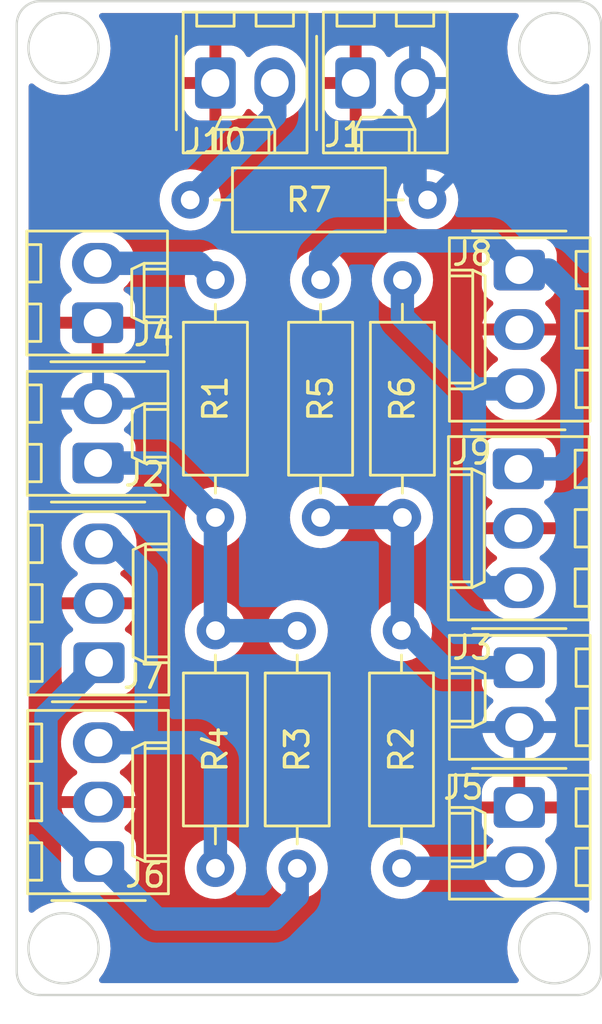
<source format=kicad_pcb>
(kicad_pcb (version 20211014) (generator pcbnew)
  (layers (0 "F.Cu" signal) (31 "B.Cu" signal) (34 "B.Paste" user) (35 "F.Paste" user) (36 "B.SilkS" user "B.Silkscreen") (37 "F.SilkS" user "F.Silkscreen") (38 "B.Mask" user) (39 "F.Mask" user) (44 "Edge.Cuts" user))
  (net 0 "")
  (net 1 "+48V")
  (net 2 "GND")
  (net 3 "+48 switched A")
  (net 4 "+48 switched B")
  (net 5 "Net-(J4-Pad2)")
  (net 6 "Net-(J5-Pad2)")
  (net 7 "Net-(J6-Pad1)")
  (net 8 "Net-(J6-Pad3)")
  (net 9 "Net-(J8-Pad1)")
  (net 10 "Net-(J8-Pad3)")
  (net 11 "Net-(J10-Pad2)")
  (footprint "Resistor_THT:R_Axial_DIN0207_L6.3mm_D2.5mm_P10.16mm_Horizontal" (layer "F.Cu") (at 76.46 142.08 90)
    (fp_text reference "R2" (at 5.08 0 90) (layer "F.SilkS"))
    (fp_text value "2k2")
    (fp_line (start 9.12 0) (end 8.35 0) (layer "F.SilkS") (width 0.12))
    (fp_line (start 8.35 -1.37) (end 1.81 -1.37) (layer "F.SilkS") (width 0.12))
    (fp_line (start 8.35 1.37) (end 8.35 -1.37) (layer "F.SilkS") (width 0.12))
    (fp_line (start 1.81 1.37) (end 8.35 1.37) (layer "F.SilkS") (width 0.12))
    (fp_line (start 1.04 0) (end 1.81 0) (layer "F.SilkS") (width 0.12))
    (fp_line (start 1.81 -1.37) (end 1.81 1.37) (layer "F.SilkS") (width 0.12))
    (pad "1" thru_hole circle (at 0 0 90) (size 1.6 1.6) (drill 0.8) (layers *.Cu *.Mask) (net 6 "Net-(J5-Pad2)"))
    (pad "2" thru_hole oval (at 10.16 0 90) (size 1.6 1.6) (drill 0.8) (layers *.Cu *.Mask) (net 4 "+48 switched B"))
  )
  (footprint "Connector_Molex:Molex_KK-254_AE-6410-03A_1x03_P2.54mm_Vertical" (layer "F.Cu") (at 63.5 141.79 90)
    (fp_text reference "J6" (at -0.595 2) (layer "F.SilkS"))
    (fp_text value "3 pin 2,54mm Molex")
    (fp_line (start 5.88 -2.43) (end 5.88 -3.03) (layer "F.SilkS") (width 0.12))
    (fp_line (start 1.74 -2.43) (end 3.34 -2.43) (layer "F.SilkS") (width 0.12))
    (fp_line (start 4.28 -2.43) (end 5.88 -2.43) (layer "F.SilkS") (width 0.12))
    (fp_line (start 0 2.99) (end 0 1.99) (layer "F.SilkS") (width 0.12))
    (fp_line (start -1.38 -3.03) (end -1.38 2.99) (layer "F.SilkS") (width 0.12))
    (fp_line (start 4.83 2.99) (end 4.83 1.99) (layer "F.SilkS") (width 0.12))
    (fp_line (start 1.74 -3.03) (end 1.74 -2.43) (layer "F.SilkS") (width 0.12))
    (fp_line (start -1.67 -2) (end -1.67 2) (layer "F.SilkS") (width 0.12))
    (fp_line (start -0.8 -3.03) (end -0.8 -2.43) (layer "F.SilkS") (width 0.12))
    (fp_line (start 0 1.99) (end 0.25 1.46) (layer "F.SilkS") (width 0.12))
    (fp_line (start 6.46 2.99) (end 6.46 -3.03) (layer "F.SilkS") (width 0.12))
    (fp_line (start -1.38 2.99) (end 6.46 2.99) (layer "F.SilkS") (width 0.12))
    (fp_line (start 0.25 2.99) (end 0.25 1.99) (layer "F.SilkS") (width 0.12))
    (fp_line (start 4.83 1.46) (end 5.08 1.99) (layer "F.SilkS") (width 0.12))
    (fp_line (start -0.8 -2.43) (end 0.8 -2.43) (layer "F.SilkS") (width 0.12))
    (fp_line (start 6.46 -3.03) (end -1.38 -3.03) (layer "F.SilkS") (width 0.12))
    (fp_line (start 0 1.99) (end 5.08 1.99) (layer "F.SilkS") (width 0.12))
    (fp_line (start 0.25 1.46) (end 4.83 1.46) (layer "F.SilkS") (width 0.12))
    (fp_line (start 3.34 -2.43) (end 3.34 -3.03) (layer "F.SilkS") (width 0.12))
    (fp_line (start 4.28 -3.03) (end 4.28 -2.43) (layer "F.SilkS") (width 0.12))
    (fp_line (start 0.8 -2.43) (end 0.8 -3.03) (layer "F.SilkS") (width 0.12))
    (fp_line (start 5.08 1.99) (end 5.08 2.99) (layer "F.SilkS") (width 0.12))
    (pad "1" thru_hole roundrect (at 0 0 90) (size 1.74 2.19) (drill 1.19) (layers *.Cu *.Mask) (roundrect_rratio 0.143678) (net 7 "Net-(J6-Pad1)"))
    (pad "2" thru_hole oval (at 2.54 0 90) (size 1.74 2.19) (drill 1.19) (layers *.Cu *.Mask) (net 2 "GND"))
    (pad "3" thru_hole oval (at 5.08 0 90) (size 1.74 2.19) (drill 1.19) (layers *.Cu *.Mask) (net 8 "Net-(J6-Pad3)"))
  )
  (footprint "Connector_Molex:Molex_KK-254_AE-6410-03A_1x03_P2.54mm_Vertical" (layer "F.Cu") (at 81.5 116.5 -90)
    (fp_text reference "J8" (at -0.705 2) (layer "F.SilkS"))
    (fp_text value "3 pin 2,54mm Molex")
    (fp_line (start -0.8 -2.43) (end 0.8 -2.43) (layer "F.SilkS") (width 0.12))
    (fp_line (start 1.74 -3.03) (end 1.74 -2.43) (layer "F.SilkS") (width 0.12))
    (fp_line (start 5.88 -2.43) (end 5.88 -3.03) (layer "F.SilkS") (width 0.12))
    (fp_line (start 0 1.99) (end 0.25 1.46) (layer "F.SilkS") (width 0.12))
    (fp_line (start 4.28 -3.03) (end 4.28 -2.43) (layer "F.SilkS") (width 0.12))
    (fp_line (start -0.8 -3.03) (end -0.8 -2.43) (layer "F.SilkS") (width 0.12))
    (fp_line (start 0.8 -2.43) (end 0.8 -3.03) (layer "F.SilkS") (width 0.12))
    (fp_line (start 4.28 -2.43) (end 5.88 -2.43) (layer "F.SilkS") (width 0.12))
    (fp_line (start 6.46 2.99) (end 6.46 -3.03) (layer "F.SilkS") (width 0.12))
    (fp_line (start 4.83 2.99) (end 4.83 1.99) (layer "F.SilkS") (width 0.12))
    (fp_line (start 4.83 1.46) (end 5.08 1.99) (layer "F.SilkS") (width 0.12))
    (fp_line (start -1.38 2.99) (end 6.46 2.99) (layer "F.SilkS") (width 0.12))
    (fp_line (start 0 2.99) (end 0 1.99) (layer "F.SilkS") (width 0.12))
    (fp_line (start 0 1.99) (end 5.08 1.99) (layer "F.SilkS") (width 0.12))
    (fp_line (start 0.25 2.99) (end 0.25 1.99) (layer "F.SilkS") (width 0.12))
    (fp_line (start -1.67 -2) (end -1.67 2) (layer "F.SilkS") (width 0.12))
    (fp_line (start 0.25 1.46) (end 4.83 1.46) (layer "F.SilkS") (width 0.12))
    (fp_line (start 3.34 -2.43) (end 3.34 -3.03) (layer "F.SilkS") (width 0.12))
    (fp_line (start 1.74 -2.43) (end 3.34 -2.43) (layer "F.SilkS") (width 0.12))
    (fp_line (start 5.08 1.99) (end 5.08 2.99) (layer "F.SilkS") (width 0.12))
    (fp_line (start 6.46 -3.03) (end -1.38 -3.03) (layer "F.SilkS") (width 0.12))
    (fp_line (start -1.38 -3.03) (end -1.38 2.99) (layer "F.SilkS") (width 0.12))
    (pad "1" thru_hole roundrect (at 0 0 270) (size 1.74 2.19) (drill 1.19) (layers *.Cu *.Mask) (roundrect_rratio 0.143678) (net 9 "Net-(J8-Pad1)"))
    (pad "2" thru_hole oval (at 2.54 0 270) (size 1.74 2.19) (drill 1.19) (layers *.Cu *.Mask) (net 2 "GND"))
    (pad "3" thru_hole oval (at 5.08 0 270) (size 1.74 2.19) (drill 1.19) (layers *.Cu *.Mask) (net 10 "Net-(J8-Pad3)"))
  )
  (footprint "Connector_Molex:Molex_KK-254_AE-6410-02A_1x02_P2.54mm_Vertical" (layer "F.Cu") (at 68.5 108.5)
    (fp_text reference "J10" (at 0 2.49) (layer "F.SilkS"))
    (fp_text value "2 pin 2,54mm Molex")
    (fp_line (start 1.74 -3.03) (end 1.74 -2.43) (layer "F.SilkS") (width 0.12))
    (fp_line (start 1.74 -2.43) (end 3.34 -2.43) (layer "F.SilkS") (width 0.12))
    (fp_line (start 0.25 1.46) (end 2.29 1.46) (layer "F.SilkS") (width 0.12))
    (fp_line (start -0.8 -2.43) (end 0.8 -2.43) (layer "F.SilkS") (width 0.12))
    (fp_line (start 0 2.99) (end 0 1.99) (layer "F.SilkS") (width 0.12))
    (fp_line (start 3.92 -3.03) (end -1.38 -3.03) (layer "F.SilkS") (width 0.12))
    (fp_line (start 2.54 1.99) (end 2.54 2.99) (layer "F.SilkS") (width 0.12))
    (fp_line (start 0 1.99) (end 2.54 1.99) (layer "F.SilkS") (width 0.12))
    (fp_line (start 0.8 -2.43) (end 0.8 -3.03) (layer "F.SilkS") (width 0.12))
    (fp_line (start -1.67 -2) (end -1.67 2) (layer "F.SilkS") (width 0.12))
    (fp_line (start 0 1.99) (end 0.25 1.46) (layer "F.SilkS") (width 0.12))
    (fp_line (start -1.38 2.99) (end 3.92 2.99) (layer "F.SilkS") (width 0.12))
    (fp_line (start 3.92 2.99) (end 3.92 -3.03) (layer "F.SilkS") (width 0.12))
    (fp_line (start -0.8 -3.03) (end -0.8 -2.43) (layer "F.SilkS") (width 0.12))
    (fp_line (start 2.29 1.46) (end 2.54 1.99) (layer "F.SilkS") (width 0.12))
    (fp_line (start 2.29 2.99) (end 2.29 1.99) (layer "F.SilkS") (width 0.12))
    (fp_line (start 3.34 -2.43) (end 3.34 -3.03) (layer "F.SilkS") (width 0.12))
    (fp_line (start -1.38 -3.03) (end -1.38 2.99) (layer "F.SilkS") (width 0.12))
    (fp_line (start 0.25 2.99) (end 0.25 1.99) (layer "F.SilkS") (width 0.12))
    (pad "1" thru_hole roundrect (at 0 0) (size 1.74 2.19) (drill 1.19) (layers *.Cu *.Mask) (roundrect_rratio 0.143678) (net 2 "GND"))
    (pad "2" thru_hole oval (at 2.54 0) (size 1.74 2.19) (drill 1.19) (layers *.Cu *.Mask) (net 11 "Net-(J10-Pad2)"))
  )
  (footprint "Connector_Molex:Molex_KK-254_AE-6410-02A_1x02_P2.54mm_Vertical" (layer "F.Cu") (at 74.5 108.5)
    (fp_text reference "J1" (at -0.485 2.22) (layer "F.SilkS"))
    (fp_text value "2 pin 2,54mm Molex")
    (fp_line (start 3.92 -3.03) (end -1.38 -3.03) (layer "F.SilkS") (width 0.12))
    (fp_line (start 2.29 1.46) (end 2.54 1.99) (layer "F.SilkS") (width 0.12))
    (fp_line (start 0.8 -2.43) (end 0.8 -3.03) (layer "F.SilkS") (width 0.12))
    (fp_line (start -0.8 -2.43) (end 0.8 -2.43) (layer "F.SilkS") (width 0.12))
    (fp_line (start 1.74 -2.43) (end 3.34 -2.43) (layer "F.SilkS") (width 0.12))
    (fp_line (start 3.34 -2.43) (end 3.34 -3.03) (layer "F.SilkS") (width 0.12))
    (fp_line (start 0 2.99) (end 0 1.99) (layer "F.SilkS") (width 0.12))
    (fp_line (start 2.29 2.99) (end 2.29 1.99) (layer "F.SilkS") (width 0.12))
    (fp_line (start 0.25 1.46) (end 2.29 1.46) (layer "F.SilkS") (width 0.12))
    (fp_line (start 1.74 -3.03) (end 1.74 -2.43) (layer "F.SilkS") (width 0.12))
    (fp_line (start 0 1.99) (end 0.25 1.46) (layer "F.SilkS") (width 0.12))
    (fp_line (start 3.92 2.99) (end 3.92 -3.03) (layer "F.SilkS") (width 0.12))
    (fp_line (start -1.38 -3.03) (end -1.38 2.99) (layer "F.SilkS") (width 0.12))
    (fp_line (start -1.67 -2) (end -1.67 2) (layer "F.SilkS") (width 0.12))
    (fp_line (start -0.8 -3.03) (end -0.8 -2.43) (layer "F.SilkS") (width 0.12))
    (fp_line (start 2.54 1.99) (end 2.54 2.99) (layer "F.SilkS") (width 0.12))
    (fp_line (start -1.38 2.99) (end 3.92 2.99) (layer "F.SilkS") (width 0.12))
    (fp_line (start 0.25 2.99) (end 0.25 1.99) (layer "F.SilkS") (width 0.12))
    (fp_line (start 0 1.99) (end 2.54 1.99) (layer "F.SilkS") (width 0.12))
    (pad "1" thru_hole roundrect (at 0 0) (size 1.74 2.19) (drill 1.19) (layers *.Cu *.Mask) (roundrect_rratio 0.143678) (net 2 "GND"))
    (pad "2" thru_hole oval (at 2.54 0) (size 1.74 2.19) (drill 1.19) (layers *.Cu *.Mask) (net 1 "+48V"))
  )
  (footprint "Resistor_THT:R_Axial_DIN0207_L6.3mm_D2.5mm_P10.16mm_Horizontal" (layer "F.Cu") (at 73 116.92 -90)
    (fp_text reference "R5" (at 5.08 0 90) (layer "F.SilkS"))
    (fp_text value "6k8")
    (fp_line (start 1.04 0) (end 1.81 0) (layer "F.SilkS") (width 0.12))
    (fp_line (start 8.35 -1.37) (end 1.81 -1.37) (layer "F.SilkS") (width 0.12))
    (fp_line (start 1.81 -1.37) (end 1.81 1.37) (layer "F.SilkS") (width 0.12))
    (fp_line (start 8.35 1.37) (end 8.35 -1.37) (layer "F.SilkS") (width 0.12))
    (fp_line (start 9.12 0) (end 8.35 0) (layer "F.SilkS") (width 0.12))
    (fp_line (start 1.81 1.37) (end 8.35 1.37) (layer "F.SilkS") (width 0.12))
    (pad "1" thru_hole circle (at 0 0 270) (size 1.6 1.6) (drill 0.8) (layers *.Cu *.Mask) (net 9 "Net-(J8-Pad1)"))
    (pad "2" thru_hole oval (at 10.16 0 270) (size 1.6 1.6) (drill 0.8) (layers *.Cu *.Mask) (net 4 "+48 switched B"))
  )
  (footprint "Connector_Molex:Molex_KK-254_AE-6410-03A_1x03_P2.54mm_Vertical" (layer "F.Cu") (at 81.46 125 -90)
    (fp_text reference "J9" (at -0.705 2) (layer "F.SilkS"))
    (fp_text value "3 pin 2,54mm Molex")
    (fp_line (start -1.38 2.99) (end 6.46 2.99) (layer "F.SilkS") (width 0.12))
    (fp_line (start -0.8 -3.03) (end -0.8 -2.43) (layer "F.SilkS") (width 0.12))
    (fp_line (start 6.46 -3.03) (end -1.38 -3.03) (layer "F.SilkS") (width 0.12))
    (fp_line (start 1.74 -3.03) (end 1.74 -2.43) (layer "F.SilkS") (width 0.12))
    (fp_line (start 0.25 1.46) (end 4.83 1.46) (layer "F.SilkS") (width 0.12))
    (fp_line (start 4.28 -3.03) (end 4.28 -2.43) (layer "F.SilkS") (width 0.12))
    (fp_line (start 1.74 -2.43) (end 3.34 -2.43) (layer "F.SilkS") (width 0.12))
    (fp_line (start 5.88 -2.43) (end 5.88 -3.03) (layer "F.SilkS") (width 0.12))
    (fp_line (start 4.28 -2.43) (end 5.88 -2.43) (layer "F.SilkS") (width 0.12))
    (fp_line (start 6.46 2.99) (end 6.46 -3.03) (layer "F.SilkS") (width 0.12))
    (fp_line (start -1.67 -2) (end -1.67 2) (layer "F.SilkS") (width 0.12))
    (fp_line (start -1.38 -3.03) (end -1.38 2.99) (layer "F.SilkS") (width 0.12))
    (fp_line (start 5.08 1.99) (end 5.08 2.99) (layer "F.SilkS") (width 0.12))
    (fp_line (start 3.34 -2.43) (end 3.34 -3.03) (layer "F.SilkS") (width 0.12))
    (fp_line (start 0 1.99) (end 0.25 1.46) (layer "F.SilkS") (width 0.12))
    (fp_line (start 4.83 1.46) (end 5.08 1.99) (layer "F.SilkS") (width 0.12))
    (fp_line (start 0 2.99) (end 0 1.99) (layer "F.SilkS") (width 0.12))
    (fp_line (start -0.8 -2.43) (end 0.8 -2.43) (layer "F.SilkS") (width 0.12))
    (fp_line (start 0 1.99) (end 5.08 1.99) (layer "F.SilkS") (width 0.12))
    (fp_line (start 0.25 2.99) (end 0.25 1.99) (layer "F.SilkS") (width 0.12))
    (fp_line (start 4.83 2.99) (end 4.83 1.99) (layer "F.SilkS") (width 0.12))
    (fp_line (start 0.8 -2.43) (end 0.8 -3.03) (layer "F.SilkS") (width 0.12))
    (pad "1" thru_hole roundrect (at 0 0 270) (size 1.74 2.19) (drill 1.19) (layers *.Cu *.Mask) (roundrect_rratio 0.143678) (net 9 "Net-(J8-Pad1)"))
    (pad "2" thru_hole oval (at 2.54 0 270) (size 1.74 2.19) (drill 1.19) (layers *.Cu *.Mask) (net 2 "GND"))
    (pad "3" thru_hole oval (at 5.08 0 270) (size 1.74 2.19) (drill 1.19) (layers *.Cu *.Mask) (net 10 "Net-(J8-Pad3)"))
  )
  (footprint "Connector_Molex:Molex_KK-254_AE-6410-02A_1x02_P2.54mm_Vertical" (layer "F.Cu") (at 81.5 133.5 -90)
    (fp_text reference "J3" (at -0.855 2) (layer "F.SilkS"))
    (fp_text value "2 pin 2,54mm Molex")
    (fp_line (start 0.25 1.46) (end 2.29 1.46) (layer "F.SilkS") (width 0.12))
    (fp_line (start 0 1.99) (end 2.54 1.99) (layer "F.SilkS") (width 0.12))
    (fp_line (start 1.74 -3.03) (end 1.74 -2.43) (layer "F.SilkS") (width 0.12))
    (fp_line (start -1.38 2.99) (end 3.92 2.99) (layer "F.SilkS") (width 0.12))
    (fp_line (start 3.34 -2.43) (end 3.34 -3.03) (layer "F.SilkS") (width 0.12))
    (fp_line (start 0 1.99) (end 0.25 1.46) (layer "F.SilkS") (width 0.12))
    (fp_line (start 0.8 -2.43) (end 0.8 -3.03) (layer "F.SilkS") (width 0.12))
    (fp_line (start 2.29 1.46) (end 2.54 1.99) (layer "F.SilkS") (width 0.12))
    (fp_line (start 1.74 -2.43) (end 3.34 -2.43) (layer "F.SilkS") (width 0.12))
    (fp_line (start -0.8 -2.43) (end 0.8 -2.43) (layer "F.SilkS") (width 0.12))
    (fp_line (start -1.38 -3.03) (end -1.38 2.99) (layer "F.SilkS") (width 0.12))
    (fp_line (start 2.29 2.99) (end 2.29 1.99) (layer "F.SilkS") (width 0.12))
    (fp_line (start -0.8 -3.03) (end -0.8 -2.43) (layer "F.SilkS") (width 0.12))
    (fp_line (start 3.92 -3.03) (end -1.38 -3.03) (layer "F.SilkS") (width 0.12))
    (fp_line (start 0.25 2.99) (end 0.25 1.99) (layer "F.SilkS") (width 0.12))
    (fp_line (start -1.67 -2) (end -1.67 2) (layer "F.SilkS") (width 0.12))
    (fp_line (start 3.92 2.99) (end 3.92 -3.03) (layer "F.SilkS") (width 0.12))
    (fp_line (start 0 2.99) (end 0 1.99) (layer "F.SilkS") (width 0.12))
    (fp_line (start 2.54 1.99) (end 2.54 2.99) (layer "F.SilkS") (width 0.12))
    (pad "1" thru_hole roundrect (at 0 0 270) (size 1.74 2.19) (drill 1.19) (layers *.Cu *.Mask) (roundrect_rratio 0.143678) (net 4 "+48 switched B"))
    (pad "2" thru_hole oval (at 2.54 0 270) (size 1.74 2.19) (drill 1.19) (layers *.Cu *.Mask) (net 1 "+48V"))
  )
  (footprint "Resistor_THT:R_Axial_DIN0207_L6.3mm_D2.5mm_P10.16mm_Horizontal" (layer "F.Cu") (at 68.5 142.08 90)
    (fp_text reference "R4" (at 5.08 0 90) (layer "F.SilkS"))
    (fp_text value "6k8")
    (fp_line (start 8.35 1.37) (end 8.35 -1.37) (layer "F.SilkS") (width 0.12))
    (fp_line (start 1.81 -1.37) (end 1.81 1.37) (layer "F.SilkS") (width 0.12))
    (fp_line (start 9.12 0) (end 8.35 0) (layer "F.SilkS") (width 0.12))
    (fp_line (start 8.35 -1.37) (end 1.81 -1.37) (layer "F.SilkS") (width 0.12))
    (fp_line (start 1.04 0) (end 1.81 0) (layer "F.SilkS") (width 0.12))
    (fp_line (start 1.81 1.37) (end 8.35 1.37) (layer "F.SilkS") (width 0.12))
    (pad "1" thru_hole circle (at 0 0 90) (size 1.6 1.6) (drill 0.8) (layers *.Cu *.Mask) (net 8 "Net-(J6-Pad3)"))
    (pad "2" thru_hole oval (at 10.16 0 90) (size 1.6 1.6) (drill 0.8) (layers *.Cu *.Mask) (net 3 "+48 switched A"))
  )
  (footprint "Resistor_THT:R_Axial_DIN0207_L6.3mm_D2.5mm_P10.16mm_Horizontal" (layer "F.Cu") (at 68.5 116.92 -90)
    (fp_text reference "R1" (at 5.08 0 90) (layer "F.SilkS"))
    (fp_text value "2k2")
    (fp_line (start 1.81 -1.37) (end 1.81 1.37) (layer "F.SilkS") (width 0.12))
    (fp_line (start 8.35 1.37) (end 8.35 -1.37) (layer "F.SilkS") (width 0.12))
    (fp_line (start 1.81 1.37) (end 8.35 1.37) (layer "F.SilkS") (width 0.12))
    (fp_line (start 1.04 0) (end 1.81 0) (layer "F.SilkS") (width 0.12))
    (fp_line (start 8.35 -1.37) (end 1.81 -1.37) (layer "F.SilkS") (width 0.12))
    (fp_line (start 9.12 0) (end 8.35 0) (layer "F.SilkS") (width 0.12))
    (pad "1" thru_hole circle (at 0 0 270) (size 1.6 1.6) (drill 0.8) (layers *.Cu *.Mask) (net 5 "Net-(J4-Pad2)"))
    (pad "2" thru_hole oval (at 10.16 0 270) (size 1.6 1.6) (drill 0.8) (layers *.Cu *.Mask) (net 3 "+48 switched A"))
  )
  (footprint "Resistor_THT:R_Axial_DIN0207_L6.3mm_D2.5mm_P10.16mm_Horizontal" (layer "F.Cu") (at 77.58 113.5 180)
    (fp_text reference "R7" (at 5.08 0) (layer "F.SilkS"))
    (fp_text value "2k2")
    (fp_line (start 1.04 0) (end 1.81 0) (layer "F.SilkS") (width 0.12))
    (fp_line (start 8.35 -1.37) (end 1.81 -1.37) (layer "F.SilkS") (width 0.12))
    (fp_line (start 8.35 1.37) (end 8.35 -1.37) (layer "F.SilkS") (width 0.12))
    (fp_line (start 1.81 1.37) (end 8.35 1.37) (layer "F.SilkS") (width 0.12))
    (fp_line (start 1.81 -1.37) (end 1.81 1.37) (layer "F.SilkS") (width 0.12))
    (fp_line (start 9.12 0) (end 8.35 0) (layer "F.SilkS") (width 0.12))
    (pad "1" thru_hole circle (at 0 0 180) (size 1.6 1.6) (drill 0.8) (layers *.Cu *.Mask) (net 1 "+48V"))
    (pad "2" thru_hole oval (at 10.16 0 180) (size 1.6 1.6) (drill 0.8) (layers *.Cu *.Mask) (net 11 "Net-(J10-Pad2)"))
  )
  (footprint "Connector_Molex:Molex_KK-254_AE-6410-02A_1x02_P2.54mm_Vertical" (layer "F.Cu") (at 63.48 124.75 90)
    (fp_text reference "J2" (at -0.485 1.99) (layer "F.SilkS"))
    (fp_text value "2 pin 2,54mm Molex")
    (fp_line (start 1.74 -2.43) (end 3.34 -2.43) (layer "F.SilkS") (width 0.12))
    (fp_line (start 0 1.99) (end 2.54 1.99) (layer "F.SilkS") (width 0.12))
    (fp_line (start 1.74 -3.03) (end 1.74 -2.43) (layer "F.SilkS") (width 0.12))
    (fp_line (start -1.67 -2) (end -1.67 2) (layer "F.SilkS") (width 0.12))
    (fp_line (start 3.92 2.99) (end 3.92 -3.03) (layer "F.SilkS") (width 0.12))
    (fp_line (start 3.92 -3.03) (end -1.38 -3.03) (layer "F.SilkS") (width 0.12))
    (fp_line (start 0 2.99) (end 0 1.99) (layer "F.SilkS") (width 0.12))
    (fp_line (start 0.8 -2.43) (end 0.8 -3.03) (layer "F.SilkS") (width 0.12))
    (fp_line (start -0.8 -2.43) (end 0.8 -2.43) (layer "F.SilkS") (width 0.12))
    (fp_line (start 2.29 2.99) (end 2.29 1.99) (layer "F.SilkS") (width 0.12))
    (fp_line (start 0 1.99) (end 0.25 1.46) (layer "F.SilkS") (width 0.12))
    (fp_line (start 3.34 -2.43) (end 3.34 -3.03) (layer "F.SilkS") (width 0.12))
    (fp_line (start 0.25 1.46) (end 2.29 1.46) (layer "F.SilkS") (width 0.12))
    (fp_line (start -1.38 -3.03) (end -1.38 2.99) (layer "F.SilkS") (width 0.12))
    (fp_line (start 2.54 1.99) (end 2.54 2.99) (layer "F.SilkS") (width 0.12))
    (fp_line (start -1.38 2.99) (end 3.92 2.99) (layer "F.SilkS") (width 0.12))
    (fp_line (start -0.8 -3.03) (end -0.8 -2.43) (layer "F.SilkS") (width 0.12))
    (fp_line (start 2.29 1.46) (end 2.54 1.99) (layer "F.SilkS") (width 0.12))
    (fp_line (start 0.25 2.99) (end 0.25 1.99) (layer "F.SilkS") (width 0.12))
    (pad "1" thru_hole roundrect (at 0 0 90) (size 1.74 2.19) (drill 1.19) (layers *.Cu *.Mask) (roundrect_rratio 0.143678) (net 3 "+48 switched A"))
    (pad "2" thru_hole oval (at 2.54 0 90) (size 1.74 2.19) (drill 1.19) (layers *.Cu *.Mask) (net 1 "+48V"))
  )
  (footprint "Connector_Molex:Molex_KK-254_AE-6410-02A_1x02_P2.54mm_Vertical" (layer "F.Cu") (at 63.46 118.75 90)
    (fp_text reference "J4" (at -0.485 2.41) (layer "F.SilkS"))
    (fp_text value "2 pin 2,54mm Molex")
    (fp_line (start 1.74 -3.03) (end 1.74 -2.43) (layer "F.SilkS") (width 0.12))
    (fp_line (start 2.54 1.99) (end 2.54 2.99) (layer "F.SilkS") (width 0.12))
    (fp_line (start -1.67 -2) (end -1.67 2) (layer "F.SilkS") (width 0.12))
    (fp_line (start 2.29 2.99) (end 2.29 1.99) (layer "F.SilkS") (width 0.12))
    (fp_line (start -1.38 2.99) (end 3.92 2.99) (layer "F.SilkS") (width 0.12))
    (fp_line (start -0.8 -2.43) (end 0.8 -2.43) (layer "F.SilkS") (width 0.12))
    (fp_line (start -1.38 -3.03) (end -1.38 2.99) (layer "F.SilkS") (width 0.12))
    (fp_line (start -0.8 -3.03) (end -0.8 -2.43) (layer "F.SilkS") (width 0.12))
    (fp_line (start 0 1.99) (end 0.25 1.46) (layer "F.SilkS") (width 0.12))
    (fp_line (start 3.92 -3.03) (end -1.38 -3.03) (layer "F.SilkS") (width 0.12))
    (fp_line (start 1.74 -2.43) (end 3.34 -2.43) (layer "F.SilkS") (width 0.12))
    (fp_line (start 0 1.99) (end 2.54 1.99) (layer "F.SilkS") (width 0.12))
    (fp_line (start 0 2.99) (end 0 1.99) (layer "F.SilkS") (width 0.12))
    (fp_line (start 0.8 -2.43) (end 0.8 -3.03) (layer "F.SilkS") (width 0.12))
    (fp_line (start 0.25 1.46) (end 2.29 1.46) (layer "F.SilkS") (width 0.12))
    (fp_line (start 0.25 2.99) (end 0.25 1.99) (layer "F.SilkS") (width 0.12))
    (fp_line (start 3.92 2.99) (end 3.92 -3.03) (layer "F.SilkS") (width 0.12))
    (fp_line (start 2.29 1.46) (end 2.54 1.99) (layer "F.SilkS") (width 0.12))
    (fp_line (start 3.34 -2.43) (end 3.34 -3.03) (layer "F.SilkS") (width 0.12))
    (pad "1" thru_hole roundrect (at 0 0 90) (size 1.74 2.19) (drill 1.19) (layers *.Cu *.Mask) (roundrect_rratio 0.143678) (net 2 "GND"))
    (pad "2" thru_hole oval (at 2.54 0 90) (size 1.74 2.19) (drill 1.19) (layers *.Cu *.Mask) (net 5 "Net-(J4-Pad2)"))
  )
  (footprint "Connector_Molex:Molex_KK-254_AE-6410-03A_1x03_P2.54mm_Vertical" (layer "F.Cu") (at 63.52 133.29 90)
    (fp_text reference "J7" (at -0.595 1.89) (layer "F.SilkS"))
    (fp_text value "3 pin 2,54mm Molex")
    (fp_line (start 0.25 2.99) (end 0.25 1.99) (layer "F.SilkS") (width 0.12))
    (fp_line (start 4.28 -2.43) (end 5.88 -2.43) (layer "F.SilkS") (width 0.12))
    (fp_line (start -1.67 -2) (end -1.67 2) (layer "F.SilkS") (width 0.12))
    (fp_line (start 3.34 -2.43) (end 3.34 -3.03) (layer "F.SilkS") (width 0.12))
    (fp_line (start 0.8 -2.43) (end 0.8 -3.03) (layer "F.SilkS") (width 0.12))
    (fp_line (start 0 1.99) (end 0.25 1.46) (layer "F.SilkS") (width 0.12))
    (fp_line (start 0 2.99) (end 0 1.99) (layer "F.SilkS") (width 0.12))
    (fp_line (start -1.38 2.99) (end 6.46 2.99) (layer "F.SilkS") (width 0.12))
    (fp_line (start -0.8 -2.43) (end 0.8 -2.43) (layer "F.SilkS") (width 0.12))
    (fp_line (start -0.8 -3.03) (end -0.8 -2.43) (layer "F.SilkS") (width 0.12))
    (fp_line (start 0.25 1.46) (end 4.83 1.46) (layer "F.SilkS") (width 0.12))
    (fp_line (start 4.83 1.46) (end 5.08 1.99) (layer "F.SilkS") (width 0.12))
    (fp_line (start 1.74 -2.43) (end 3.34 -2.43) (layer "F.SilkS") (width 0.12))
    (fp_line (start 1.74 -3.03) (end 1.74 -2.43) (layer "F.SilkS") (width 0.12))
    (fp_line (start 4.83 2.99) (end 4.83 1.99) (layer "F.SilkS") (width 0.12))
    (fp_line (start 5.88 -2.43) (end 5.88 -3.03) (layer "F.SilkS") (width 0.12))
    (fp_line (start 5.08 1.99) (end 5.08 2.99) (layer "F.SilkS") (width 0.12))
    (fp_line (start 6.46 -3.03) (end -1.38 -3.03) (layer "F.SilkS") (width 0.12))
    (fp_line (start 4.28 -3.03) (end 4.28 -2.43) (layer "F.SilkS") (width 0.12))
    (fp_line (start -1.38 -3.03) (end -1.38 2.99) (layer "F.SilkS") (width 0.12))
    (fp_line (start 0 1.99) (end 5.08 1.99) (layer "F.SilkS") (width 0.12))
    (fp_line (start 6.46 2.99) (end 6.46 -3.03) (layer "F.SilkS") (width 0.12))
    (pad "1" thru_hole roundrect (at 0 0 90) (size 1.74 2.19) (drill 1.19) (layers *.Cu *.Mask) (roundrect_rratio 0.143678) (net 7 "Net-(J6-Pad1)"))
    (pad "2" thru_hole oval (at 2.54 0 90) (size 1.74 2.19) (drill 1.19) (layers *.Cu *.Mask) (net 2 "GND"))
    (pad "3" thru_hole oval (at 5.08 0 90) (size 1.74 2.19) (drill 1.19) (layers *.Cu *.Mask) (net 8 "Net-(J6-Pad3)"))
  )
  (footprint "Resistor_THT:R_Axial_DIN0207_L6.3mm_D2.5mm_P10.16mm_Horizontal" (layer "F.Cu") (at 72 142.08 90)
    (fp_text reference "R3" (at 5.08 0 90) (layer "F.SilkS"))
    (fp_text value "6k8")
    (fp_line (start 1.04 0) (end 1.81 0) (layer "F.SilkS") (width 0.12))
    (fp_line (start 8.35 -1.37) (end 1.81 -1.37) (layer "F.SilkS") (width 0.12))
    (fp_line (start 9.12 0) (end 8.35 0) (layer "F.SilkS") (width 0.12))
    (fp_line (start 1.81 1.37) (end 8.35 1.37) (layer "F.SilkS") (width 0.12))
    (fp_line (start 1.81 -1.37) (end 1.81 1.37) (layer "F.SilkS") (width 0.12))
    (fp_line (start 8.35 1.37) (end 8.35 -1.37) (layer "F.SilkS") (width 0.12))
    (pad "1" thru_hole circle (at 0 0 90) (size 1.6 1.6) (drill 0.8) (layers *.Cu *.Mask) (net 7 "Net-(J6-Pad1)"))
    (pad "2" thru_hole oval (at 10.16 0 90) (size 1.6 1.6) (drill 0.8) (layers *.Cu *.Mask) (net 3 "+48 switched A"))
  )
  (footprint "Resistor_THT:R_Axial_DIN0207_L6.3mm_D2.5mm_P10.16mm_Horizontal" (layer "F.Cu") (at 76.5 116.92 -90)
    (fp_text reference "R6" (at 5.08 0 90) (layer "F.SilkS"))
    (fp_text value "6k8")
    (fp_line (start 1.04 0) (end 1.81 0) (layer "F.SilkS") (width 0.12))
    (fp_line (start 1.81 1.37) (end 8.35 1.37) (layer "F.SilkS") (width 0.12))
    (fp_line (start 8.35 1.37) (end 8.35 -1.37) (layer "F.SilkS") (width 0.12))
    (fp_line (start 8.35 -1.37) (end 1.81 -1.37) (layer "F.SilkS") (width 0.12))
    (fp_line (start 9.12 0) (end 8.35 0) (layer "F.SilkS") (width 0.12))
    (fp_line (start 1.81 -1.37) (end 1.81 1.37) (layer "F.SilkS") (width 0.12))
    (pad "1" thru_hole circle (at 0 0 270) (size 1.6 1.6) (drill 0.8) (layers *.Cu *.Mask) (net 10 "Net-(J8-Pad3)"))
    (pad "2" thru_hole oval (at 10.16 0 270) (size 1.6 1.6) (drill 0.8) (layers *.Cu *.Mask) (net 4 "+48 switched B"))
  )
  (footprint "Connector_Molex:Molex_KK-254_AE-6410-02A_1x02_P2.54mm_Vertical" (layer "F.Cu") (at 81.5 139.48 -90)
    (fp_text reference "J5" (at -0.855 2.39) (layer "F.SilkS"))
    (fp_text value "2 pin 2,54mm Molex")
    (fp_line (start -0.8 -2.43) (end 0.8 -2.43) (layer "F.SilkS") (width 0.12))
    (fp_line (start 1.74 -2.43) (end 3.34 -2.43) (layer "F.SilkS") (width 0.12))
    (fp_line (start 0.25 1.46) (end 2.29 1.46) (layer "F.SilkS") (width 0.12))
    (fp_line (start 3.92 2.99) (end 3.92 -3.03) (layer "F.SilkS") (width 0.12))
    (fp_line (start 1.74 -3.03) (end 1.74 -2.43) (layer "F.SilkS") (width 0.12))
    (fp_line (start 0.25 2.99) (end 0.25 1.99) (layer "F.SilkS") (width 0.12))
    (fp_line (start -1.67 -2) (end -1.67 2) (layer "F.SilkS") (width 0.12))
    (fp_line (start -0.8 -3.03) (end -0.8 -2.43) (layer "F.SilkS") (width 0.12))
    (fp_line (start 0 1.99) (end 2.54 1.99) (layer "F.SilkS") (width 0.12))
    (fp_line (start 2.29 2.99) (end 2.29 1.99) (layer "F.SilkS") (width 0.12))
    (fp_line (start -1.38 2.99) (end 3.92 2.99) (layer "F.SilkS") (width 0.12))
    (fp_line (start 3.92 -3.03) (end -1.38 -3.03) (layer "F.SilkS") (width 0.12))
    (fp_line (start -1.38 -3.03) (end -1.38 2.99) (layer "F.SilkS") (width 0.12))
    (fp_line (start 2.29 1.46) (end 2.54 1.99) (layer "F.SilkS") (width 0.12))
    (fp_line (start 0 2.99) (end 0 1.99) (layer "F.SilkS") (width 0.12))
    (fp_line (start 0.8 -2.43) (end 0.8 -3.03) (layer "F.SilkS") (width 0.12))
    (fp_line (start 3.34 -2.43) (end 3.34 -3.03) (layer "F.SilkS") (width 0.12))
    (fp_line (start 0 1.99) (end 0.25 1.46) (layer "F.SilkS") (width 0.12))
    (fp_line (start 2.54 1.99) (end 2.54 2.99) (layer "F.SilkS") (width 0.12))
    (pad "1" thru_hole roundrect (at 0 0 270) (size 1.74 2.19) (drill 1.19) (layers *.Cu *.Mask) (roundrect_rratio 0.143678) (net 2 "GND"))
    (pad "2" thru_hole oval (at 2.54 0 270) (size 1.74 2.19) (drill 1.19) (layers *.Cu *.Mask) (net 6 "Net-(J5-Pad2)"))
  )
  (gr_line (start 61 105) (end 84 105) (layer "Edge.Cuts") (width 0.1))
  (gr_line (start 61 147.5) (end 84 147.5) (layer "Edge.Cuts") (width 0.1))
  (gr_circle (center 62 107) (end 60.5 107) (layer "Edge.Cuts") (width 0.1) (fill none))
  (gr_arc (start 61 147.5) (mid 60.292893 147.207107) (end 60 146.5) (layer "Edge.Cuts") (width 0.1))
  (gr_arc (start 84 105) (mid 84.707107 105.292893) (end 85 106) (layer "Edge.Cuts") (width 0.1))
  (gr_arc (start 85 146.5) (mid 84.707107 147.207107) (end 84 147.5) (layer "Edge.Cuts") (width 0.1))
  (gr_circle (center 83 107) (end 84.5 107) (layer "Edge.Cuts") (width 0.1) (fill none))
  (gr_line (start 85 146.5) (end 85 106) (layer "Edge.Cuts") (width 0.1))
  (gr_circle (center 83 145.5) (end 83 147) (layer "Edge.Cuts") (width 0.1) (fill none))
  (gr_line (start 60 106) (end 60 146.5) (layer "Edge.Cuts") (width 0.1))
  (gr_circle (center 62 145.5) (end 62 147) (layer "Edge.Cuts") (width 0.1) (fill none))
  (gr_arc (start 60 106) (mid 60.292893 105.292893) (end 61 105) (layer "Edge.Cuts") (width 0.1))
  (segment (start 77.04 112.96) (end 77.58 113.5) (width 1) (layer "B.Cu") (net 1))
  (segment (start 77.04 108.5) (end 77.04 112.96) (width 1) (layer "B.Cu") (net 1))
  (segment (start 63.48 124.75) (end 66.17 124.75) (width 1) (layer "B.Cu") (net 3))
  (segment (start 68.5 127.08) (end 68.5 131.92) (width 1) (layer "B.Cu") (net 3))
  (segment (start 66.17 124.75) (end 68.5 127.08) (width 1) (layer "B.Cu") (net 3))
  (segment (start 68.5 131.92) (end 72 131.92) (width 1) (layer "B.Cu") (net 3))
  (segment (start 76.5 127.08) (end 76.5 131.88) (width 1) (layer "B.Cu") (net 4))
  (segment (start 78.25 133.5) (end 81.5 133.5) (width 1) (layer "B.Cu") (net 4))
  (segment (start 76.67 131.92) (end 78.25 133.5) (width 1) (layer "B.Cu") (net 4))
  (segment (start 76.46 131.92) (end 76.67 131.92) (width 1) (layer "B.Cu") (net 4))
  (segment (start 73 127.08) (end 76.5 127.08) (width 1) (layer "B.Cu") (net 4))
  (segment (start 76.5 131.88) (end 76.46 131.92) (width 1) (layer "B.Cu") (net 4))
  (segment (start 63.46 116.21) (end 67.79 116.21) (width 1) (layer "B.Cu") (net 5))
  (segment (start 67.79 116.21) (end 68.5 116.92) (width 1) (layer "B.Cu") (net 5))
  (segment (start 81.44 142.08) (end 81.5 142.02) (width 1) (layer "B.Cu") (net 6))
  (segment (start 76.46 142.08) (end 81.44 142.08) (width 1) (layer "B.Cu") (net 6))
  (segment (start 63.54 141.79) (end 66 144.25) (width 1) (layer "B.Cu") (net 7))
  (segment (start 63.5 141.79) (end 63.29 141.79) (width 1) (layer "B.Cu") (net 7))
  (segment (start 63.29 141.79) (end 61.25 139.75) (width 1) (layer "B.Cu") (net 7))
  (segment (start 66 144.25) (end 71 144.25) (width 1) (layer "B.Cu") (net 7))
  (segment (start 63.5 141.79) (end 63.54 141.79) (width 1) (layer "B.Cu") (net 7))
  (segment (start 71 144.25) (end 72 143.25) (width 1) (layer "B.Cu") (net 7))
  (segment (start 61.25 135.56) (end 63.52 133.29) (width 1) (layer "B.Cu") (net 7))
  (segment (start 61.25 139.75) (end 61.25 135.56) (width 1) (layer "B.Cu") (net 7))
  (segment (start 72 143.25) (end 72 142.08) (width 1) (layer "B.Cu") (net 7))
  (segment (start 65.54 129.54) (end 65.54 136.71) (width 1) (layer "B.Cu") (net 8))
  (segment (start 64.21 128.21) (end 65.54 129.54) (width 1) (layer "B.Cu") (net 8))
  (segment (start 67.71 136.71) (end 65.54 136.71) (width 1) (layer "B.Cu") (net 8))
  (segment (start 65.54 136.71) (end 63.5 136.71) (width 1) (layer "B.Cu") (net 8))
  (segment (start 63.52 128.21) (end 64.21 128.21) (width 1) (layer "B.Cu") (net 8))
  (segment (start 68.5 142.08) (end 68.5 137.5) (width 1) (layer "B.Cu") (net 8))
  (segment (start 68.5 137.5) (end 67.71 136.71) (width 1) (layer "B.Cu") (net 8))
  (segment (start 81.5 116.5) (end 82.75 116.5) (width 1) (layer "B.Cu") (net 9))
  (segment (start 81.5 116.5) (end 80.25 115.25) (width 1) (layer "B.Cu") (net 9))
  (segment (start 73 116) (end 73 116.92) (width 1) (layer "B.Cu") (net 9))
  (segment (start 73.75 115.25) (end 73 116) (width 1) (layer "B.Cu") (net 9))
  (segment (start 82.75 116.5) (end 83.75 117.5) (width 1) (layer "B.Cu") (net 9))
  (segment (start 83.75 117.5) (end 83.75 124.5) (width 1) (layer "B.Cu") (net 9))
  (segment (start 83.75 124.5) (end 83.25 125) (width 1) (layer "B.Cu") (net 9))
  (segment (start 80.25 115.25) (end 73.75 115.25) (width 1) (layer "B.Cu") (net 9))
  (segment (start 83.25 125) (end 81.46 125) (width 1) (layer "B.Cu") (net 9))
  (segment (start 76.5 116.92) (end 76.5 118.5) (width 1) (layer "B.Cu") (net 10))
  (segment (start 76.5 118.5) (end 79.58 121.58) (width 1) (layer "B.Cu") (net 10))
  (segment (start 80.08 130.08) (end 81.46 130.08) (width 1) (layer "B.Cu") (net 10))
  (segment (start 79.58 121.58) (end 81.5 121.58) (width 1) (layer "B.Cu") (net 10))
  (segment (start 79.58 129.58) (end 80.08 130.08) (width 1) (layer "B.Cu") (net 10))
  (segment (start 79.58 121.58) (end 79.58 129.58) (width 1) (layer "B.Cu") (net 10))
  (segment (start 71.04 109.88) (end 67.42 113.5) (width 1) (layer "B.Cu") (net 11))
  (segment (start 71.04 108.5) (end 71.04 109.88) (width 1) (layer "B.Cu") (net 11))
  (zone (net 2) (net_name "GND") (layer "F.Cu") (name "front ground") (connect_pads (clearance 0.508)) (min_thickness 0.254) (fill yes (thermal_gap 0.508) (thermal_bridge_width 0.508))
    (polygon (pts (xy 85 147.5) (xy 60 147.5) (xy 60 105) (xy 85 105)))
  )
  (zone (net 1) (net_name "+48V") (layer "B.Cu") (connect_pads (clearance 0.508)) (min_thickness 0.254) (fill yes (thermal_gap 0.508) (thermal_bridge_width 0.508))
    (polygon (pts (xy 85 147.5) (xy 60 147.5) (xy 60 105) (xy 85 105)))
  )
)
</source>
